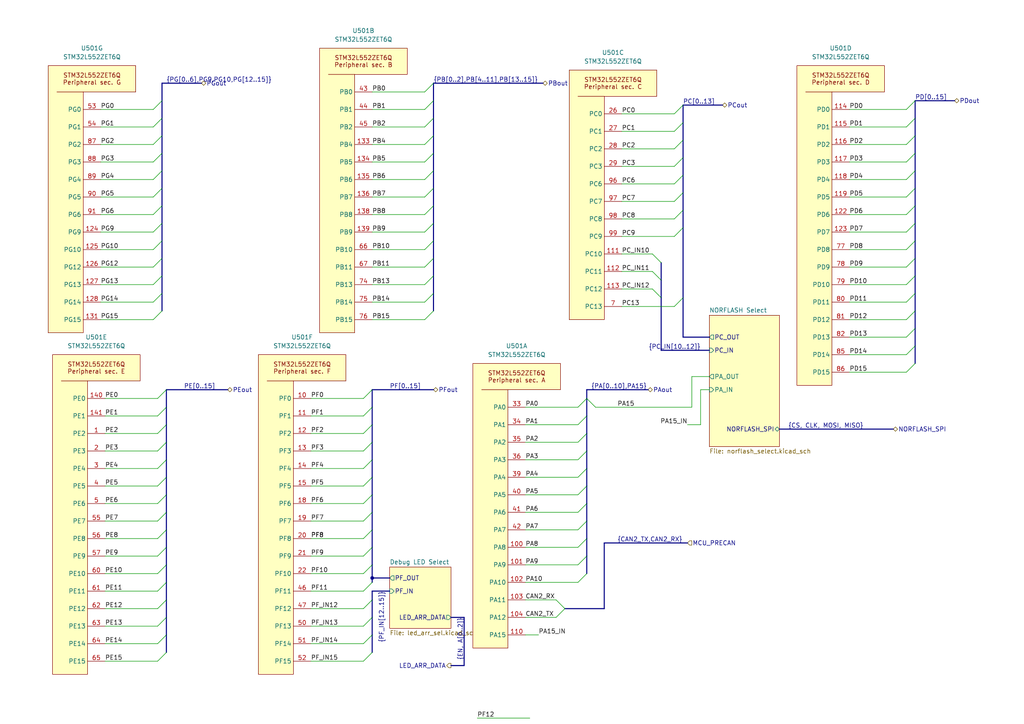
<source format=kicad_sch>
(kicad_sch (version 20250114) (generator "eeschema") (generator_version "9.0")
  (paper "A4")
  (lib_symbols
    (symbol "DUUC_lib:STM32L552ZET6Q"
      (property "Reference" "U?" (at 0 35.56 0))
      (property "Value" "STM32L552ZET6Q" (at 0 33.02 0))
      (symbol "STM32L552ZET6Q_1_1"
        (polyline (pts (xy -2.54 22.86) (xy -10.16 22.86)))
        (polyline (pts (xy 12.7 30.48) (xy -12.7 30.48) (xy -12.7 -52.07) (xy -2.54 -52.07) (xy -2.54 22.86) (xy 12.7 22.86) (xy 12.7 30.48) (xy 11.43 30.48)) (fill (type background)))
        (text "STM32L552ZET6Q\nPeripheral sec. A" (at 0 26.67 0) (effects (font (size 1.27 1.27))))
        (pin bidirectional line (at 2.54 17.78 180) (length 5.08) (name "PA0") (number "33"))
        (pin bidirectional line (at 2.54 12.7 180) (length 5.08) (name "PA1") (number "34"))
        (pin bidirectional line (at 2.54 7.62 180) (length 5.08) (name "PA2") (number "35"))
        (pin bidirectional line (at 2.54 2.54 180) (length 5.08) (name "PA3") (number "36"))
        (pin bidirectional line (at 2.54 -2.54 180) (length 5.08) (name "PA4") (number "39"))
        (pin bidirectional line (at 2.54 -7.62 180) (length 5.08) (name "PA5") (number "40"))
        (pin bidirectional line (at 2.54 -12.7 180) (length 5.08) (name "PA6") (number "41"))
        (pin bidirectional line (at 2.54 -17.78 180) (length 5.08) (name "PA7") (number "42"))
        (pin bidirectional line (at 2.54 -22.86 180) (length 5.08) (name "PA8") (number "100"))
        (pin bidirectional line (at 2.54 -27.94 180) (length 5.08) (name "PA9") (number "101"))
        (pin bidirectional line (at 2.54 -33.02 180) (length 5.08) (name "PA10") (number "102"))
        (pin bidirectional line (at 2.54 -38.1 180) (length 5.08) (name "PA11") (number "103"))
        (pin bidirectional line (at 2.54 -43.18 180) (length 5.08) (name "PA12") (number "104"))
        (pin bidirectional line (at 2.54 -48.26 180) (length 5.08) (name "PA15") (number "110"))
      )
      (symbol "STM32L552ZET6Q_2_1"
        (polyline (pts (xy -2.54 22.86) (xy -10.16 22.86)))
        (polyline (pts (xy 12.7 30.48) (xy -12.7 30.48) (xy -12.7 -52.07) (xy -2.54 -52.07) (xy -2.54 22.86) (xy 12.7 22.86) (xy 12.7 30.48) (xy 11.43 30.48)) (fill (type background)))
        (text "STM32L552ZET6Q\nPeripheral sec. B" (at 0 26.67 0) (effects (font (size 1.27 1.27))))
        (pin bidirectional line (at 2.54 17.78 180) (length 5.08) (name "PB0") (number "43"))
        (pin bidirectional line (at 2.54 12.7 180) (length 5.08) (name "PB1") (number "44"))
        (pin bidirectional line (at 2.54 7.62 180) (length 5.08) (name "PB2") (number "45"))
        (pin bidirectional line (at 2.54 2.54 180) (length 5.08) (name "PB4") (number "133"))
        (pin bidirectional line (at 2.54 -2.54 180) (length 5.08) (name "PB5") (number "134"))
        (pin bidirectional line (at 2.54 -7.62 180) (length 5.08) (name "PB6") (number "135"))
        (pin bidirectional line (at 2.54 -12.7 180) (length 5.08) (name "PB7") (number "136"))
        (pin bidirectional line (at 2.54 -17.78 180) (length 5.08) (name "PB8") (number "138"))
        (pin bidirectional line (at 2.54 -22.86 180) (length 5.08) (name "PB9") (number "139"))
        (pin bidirectional line (at 2.54 -27.94 180) (length 5.08) (name "PB10") (number "66"))
        (pin bidirectional line (at 2.54 -33.02 180) (length 5.08) (name "PB11") (number "67"))
        (pin bidirectional line (at 2.54 -38.1 180) (length 5.08) (name "PB13") (number "74"))
        (pin bidirectional line (at 2.54 -43.18 180) (length 5.08) (name "PB14") (number "75"))
        (pin bidirectional line (at 2.54 -48.26 180) (length 5.08) (name "PB15") (number "76"))
      )
      (symbol "STM32L552ZET6Q_3_1"
        (polyline (pts (xy -2.54 22.86) (xy -10.16 22.86)))
        (polyline (pts (xy 12.7 30.48) (xy -12.7 30.48) (xy -12.7 -41.91) (xy -2.54 -41.91) (xy -2.54 22.86) (xy 12.7 22.86) (xy 12.7 30.48) (xy 11.43 30.48)) (fill (type background)))
        (text "STM32L552ZET6Q\nPeripheral sec. C" (at 0 26.67 0) (effects (font (size 1.27 1.27))))
        (pin bidirectional line (at 2.54 17.78 180) (length 5.08) (name "PC0") (number "26"))
        (pin bidirectional line (at 2.54 12.7 180) (length 5.08) (name "PC1") (number "27"))
        (pin bidirectional line (at 2.54 7.62 180) (length 5.08) (name "PC2") (number "28"))
        (pin bidirectional line (at 2.54 2.54 180) (length 5.08) (name "PC3") (number "29"))
        (pin bidirectional line (at 2.54 -2.54 180) (length 5.08) (name "PC6") (number "96"))
        (pin bidirectional line (at 2.54 -7.62 180) (length 5.08) (name "PC7") (number "97"))
        (pin bidirectional line (at 2.54 -12.7 180) (length 5.08) (name "PC8") (number "98"))
        (pin bidirectional line (at 2.54 -17.78 180) (length 5.08) (name "PC9") (number "99"))
        (pin bidirectional line (at 2.54 -22.86 180) (length 5.08) (name "PC10") (number "111"))
        (pin bidirectional line (at 2.54 -27.94 180) (length 5.08) (name "PC11") (number "112"))
        (pin bidirectional line (at 2.54 -33.02 180) (length 5.08) (name "PC12") (number "113"))
        (pin bidirectional line (at 2.54 -38.1 180) (length 5.08) (name "PC13") (number "7"))
      )
      (symbol "STM32L552ZET6Q_4_1"
        (polyline (pts (xy -2.54 22.86) (xy -10.16 22.86)))
        (polyline (pts (xy 12.7 30.48) (xy -12.7 30.48) (xy -12.7 -62.23) (xy -2.54 -62.23) (xy -2.54 22.86) (xy 12.7 22.86) (xy 12.7 30.48) (xy 11.43 30.48)) (fill (type background)))
        (text "STM32L552ZET6Q\nPeripheral sec. D" (at 0 26.67 0) (effects (font (size 1.27 1.27))))
        (pin bidirectional line (at 2.54 17.78 180) (length 5.08) (name "PD0") (number "114"))
        (pin bidirectional line (at 2.54 12.7 180) (length 5.08) (name "PD1") (number "115"))
        (pin bidirectional line (at 2.54 7.62 180) (length 5.08) (name "PD2") (number "116"))
        (pin bidirectional line (at 2.54 2.54 180) (length 5.08) (name "PD3") (number "117"))
        (pin bidirectional line (at 2.54 -2.54 180) (length 5.08) (name "PD4") (number "118"))
        (pin bidirectional line (at 2.54 -7.62 180) (length 5.08) (name "PD5") (number "119"))
        (pin bidirectional line (at 2.54 -12.7 180) (length 5.08) (name "PD6") (number "122"))
        (pin bidirectional line (at 2.54 -17.78 180) (length 5.08) (name "PD7") (number "123"))
        (pin bidirectional line (at 2.54 -22.86 180) (length 5.08) (name "PD8") (number "77"))
        (pin bidirectional line (at 2.54 -27.94 180) (length 5.08) (name "PD9") (number "78"))
        (pin bidirectional line (at 2.54 -33.02 180) (length 5.08) (name "PD10") (number "79"))
        (pin bidirectional line (at 2.54 -38.1 180) (length 5.08) (name "PD11") (number "80"))
        (pin bidirectional line (at 2.54 -43.18 180) (length 5.08) (name "PD12") (number "81"))
        (pin bidirectional line (at 2.54 -48.26 180) (length 5.08) (name "PD13") (number "82"))
        (pin bidirectional line (at 2.54 -53.34 180) (length 5.08) (name "PD14") (number "85"))
        (pin bidirectional line (at 2.54 -58.42 180) (length 5.08) (name "PD15") (number "86"))
      )
      (symbol "STM32L552ZET6Q_5_1"
        (polyline (pts (xy -2.54 22.86) (xy -10.16 22.86)))
        (polyline (pts (xy 12.7 30.48) (xy -12.7 30.48) (xy -12.7 -62.23) (xy -2.54 -62.23) (xy -2.54 22.86) (xy 12.7 22.86) (xy 12.7 30.48) (xy 11.43 30.48)) (fill (type background)))
        (text "STM32L552ZET6Q\nPeripheral sec. E" (at 0 26.67 0) (effects (font (size 1.27 1.27))))
        (pin bidirectional line (at 2.54 17.78 180) (length 5.08) (name "PE0") (number "140"))
        (pin bidirectional line (at 2.54 12.7 180) (length 5.08) (name "PE1") (number "141"))
        (pin bidirectional line (at 2.54 7.62 180) (length 5.08) (name "PE2") (number "1"))
        (pin bidirectional line (at 2.54 2.54 180) (length 5.08) (name "PE3") (number "2"))
        (pin bidirectional line (at 2.54 -2.54 180) (length 5.08) (name "PE4") (number "3"))
        (pin bidirectional line (at 2.54 -7.62 180) (length 5.08) (name "PE5") (number "4"))
        (pin bidirectional line (at 2.54 -12.7 180) (length 5.08) (name "PE6") (number "5"))
        (pin bidirectional line (at 2.54 -17.78 180) (length 5.08) (name "PE7") (number "55"))
        (pin bidirectional line (at 2.54 -22.86 180) (length 5.08) (name "PE8") (number "56"))
        (pin bidirectional line (at 2.54 -27.94 180) (length 5.08) (name "PE9") (number "57"))
        (pin bidirectional line (at 2.54 -33.02 180) (length 5.08) (name "PE10") (number "60"))
        (pin bidirectional line (at 2.54 -38.1 180) (length 5.08) (name "PE11") (number "61"))
        (pin bidirectional line (at 2.54 -43.18 180) (length 5.08) (name "PE12") (number "62"))
        (pin bidirectional line (at 2.54 -48.26 180) (length 5.08) (name "PE13") (number "63"))
        (pin bidirectional line (at 2.54 -53.34 180) (length 5.08) (name "PE14") (number "64"))
        (pin bidirectional line (at 2.54 -58.42 180) (length 5.08) (name "PE15") (number "65"))
      )
      (symbol "STM32L552ZET6Q_6_1"
        (polyline (pts (xy -2.54 22.86) (xy -10.16 22.86)))
        (polyline (pts (xy 12.7 30.48) (xy -12.7 30.48) (xy -12.7 -62.23) (xy -2.54 -62.23) (xy -2.54 22.86) (xy 12.7 22.86) (xy 12.7 30.48) (xy 11.43 30.48)) (fill (type background)))
        (text "STM32L552ZET6Q\nPeripheral sec. F" (at 0 26.67 0) (effects (font (size 1.27 1.27))))
        (pin bidirectional line (at 2.54 17.78 180) (length 5.08) (name "PF0") (number "10"))
        (pin bidirectional line (at 2.54 12.7 180) (length 5.08) (name "PF1") (number "11"))
        (pin bidirectional line (at 2.54 7.62 180) (length 5.08) (name "PF2") (number "12"))
        (pin bidirectional line (at 2.54 2.54 180) (length 5.08) (name "PF3") (number "13"))
        (pin bidirectional line (at 2.54 -2.54 180) (length 5.08) (name "PF4") (number "14"))
        (pin bidirectional line (at 2.54 -7.62 180) (length 5.08) (name "PF5") (number "15"))
        (pin bidirectional line (at 2.54 -12.7 180) (length 5.08) (name "PF6") (number "18"))
        (pin bidirectional line (at 2.54 -17.78 180) (length 5.08) (name "PF7") (number "19"))
        (pin bidirectional line (at 2.54 -22.86 180) (length 5.08) (name "PF8") (number "20"))
        (pin bidirectional line (at 2.54 -27.94 180) (length 5.08) (name "PF9") (number "21"))
        (pin bidirectional line (at 2.54 -33.02 180) (length 5.08) (name "PF10") (number "22"))
        (pin bidirectional line (at 2.54 -38.1 180) (length 5.08) (name "PF11") (number "46"))
        (pin bidirectional line (at 2.54 -43.18 180) (length 5.08) (name "PF12") (number "47"))
        (pin bidirectional line (at 2.54 -48.26 180) (length 5.08) (name "PF13") (number "50"))
        (pin bidirectional line (at 2.54 -53.34 180) (length 5.08) (name "PF14") (number "51"))
        (pin bidirectional line (at 2.54 -58.42 180) (length 5.08) (name "PF15") (number "52"))
      )
      (symbol "STM32L552ZET6Q_7_1"
        (polyline (pts (xy -2.54 22.86) (xy -10.16 22.86)))
        (polyline (pts (xy 12.7 30.48) (xy -12.7 30.48) (xy -12.7 -46.99) (xy -2.54 -46.99) (xy -2.54 22.86) (xy 12.7 22.86) (xy 12.7 30.48) (xy 11.43 30.48)) (fill (type background)))
        (text "STM32L552ZET6Q\nPeripheral sec. G" (at 0 26.67 0) (effects (font (size 1.27 1.27))))
        (pin bidirectional line (at 2.54 17.78 180) (length 5.08) (name "PG0") (number "53"))
        (pin bidirectional line (at 2.54 12.7 180) (length 5.08) (name "PG1") (number "54"))
        (pin bidirectional line (at 2.54 7.62 180) (length 5.08) (name "PG2") (number "87"))
        (pin bidirectional line (at 2.54 2.54 180) (length 5.08) (name "PG3") (number "88"))
        (pin bidirectional line (at 2.54 -2.54 180) (length 5.08) (name "PG4") (number "89"))
        (pin bidirectional line (at 2.54 -7.62 180) (length 5.08) (name "PG5") (number "90"))
        (pin bidirectional line (at 2.54 -12.7 180) (length 5.08) (name "PG6") (number "91"))
        (pin bidirectional line (at 2.54 -17.78 180) (length 5.08) (name "PG9") (number "124"))
        (pin bidirectional line (at 2.54 -22.86 180) (length 5.08) (name "PG10") (number "125"))
        (pin bidirectional line (at 2.54 -27.94 180) (length 5.08) (name "PG12") (number "126"))
        (pin bidirectional line (at 2.54 -33.02 180) (length 5.08) (name "PG13") (number "127"))
        (pin bidirectional line (at 2.54 -38.1 180) (length 5.08) (name "PG14") (number "128"))
        (pin bidirectional line (at 2.54 -43.18 180) (length 5.08) (name "PG15") (number "131"))
      )
      (symbol "STM32L552ZET6Q_8_1"
        (unit_name "SMPS")
        (rectangle (start -11.43 30.4006) (end 11.43 -2.4606) (fill (type background)))
        (text "STM32L552ZETxQ\nSMPS Module" (at 0 26.67 0) (effects (font (size 1.27 1.27))))
        (pin power_in line (at -16.51 21.59 0) (length 5.08) (name "VDDSMPS") (number "68"))
        (pin power_in line (at 16.51 21.59 180) (length 5.08) (name "VLXSMPS") (number "69"))
        (pin power_in line (at 16.51 13.97 180) (length 5.08) (name "V15SMPS") (number "72"))
        (pin power_in line (at 16.51 10.16 180) (length 5.08) (name "V15SMPS") (number "143"))
        (pin power_in line (at 16.51 0 180) (length 5.08) (name "VSSSMPS") (number "70"))
      )
      (symbol "STM32L552ZET6Q_9_1"
        (unit_name "Power/Clock")
        (polyline (pts (xy -22.86 22.86) (xy 22.86 22.86)))
        (rectangle (start -22.8599 30.48) (end 22.8599 -33.02) (fill (type background)))
        (polyline (pts (xy -13.97 -20.32) (xy -8.89 -20.32)))
        (rectangle (start -13.97 -21.59) (end -8.89 -24.13))
        (polyline (pts (xy -13.97 -25.4) (xy -8.89 -25.4)))
        (polyline (pts (xy -11.43 -20.32) (xy -11.43 -17.78)))
        (polyline (pts (xy -11.43 -25.4) (xy -11.43 -27.94)))
        (polyline (pts (xy 11.43 -20.32) (xy 16.51 -20.32)))
        (rectangle (start 11.43 -21.59) (end 16.51 -24.13))
        (polyline (pts (xy 11.43 -25.4) (xy 16.51 -25.4)))
        (polyline (pts (xy 13.97 -20.32) (xy 13.97 -17.78)))
        (polyline (pts (xy 13.97 -25.4) (xy 13.97 -27.94)))
        (text "LSE" (at -11.43 -22.86 0) (effects (font (size 1.27 1.27))))
        (text "STM32L552ZET6Q\nPower/Clock" (at 0 26.67 0) (effects (font (size 1.27 1.27))))
        (text "HSE" (at 13.97 -22.86 0) (effects (font (size 1.27 1.27))))
        (pin power_in line (at -27.94 19.05 0) (length 5.08) (name "VBAT") (number "6"))
        (pin power_in line (at -27.94 11.43 0) (length 5.08) (name "VDDUSB") (number "106"))
        (pin input line (at -27.94 5.08 0) (length 5.08) (name "VREF+") (number "31"))
        (pin power_in line (at -27.94 -1.27 0) (length 5.08) (name "VDDIO2") (number "130"))
        (pin power_in line (at -27.94 -5.08 0) (length 5.08) (name "VDDIO2") (number "95"))
        (pin input clock (at -27.94 -16.51 0) (length 5.08) (name "PC14/RCC_OSC32_IN") (number "8"))
        (pin input clock (at -27.94 -29.21 0) (length 5.08) (name "PC15/RCC_OSC32_OUT") (number "9"))
        (pin power_in line (at 27.94 20.32 180) (length 5.08) (hide yes) (name "VDD") (number "108"))
        (pin power_in line (at 27.94 20.32 180) (length 5.08) (hide yes) (name "VDD") (number "121"))
        (pin power_in line (at 27.94 20.32 180) (length 5.08) (hide yes) (name "VDD") (number "144"))
        (pin power_in line (at 27.94 20.32 180) (length 5.08) (name "VDD") (number "17"))
        (pin power_in line (at 27.94 20.32 180) (length 5.08) (hide yes) (name "VDD") (number "38"))
        (pin power_in line (at 27.94 20.32 180) (length 5.08) (hide yes) (name "VDD") (number "49"))
        (pin power_in line (at 27.94 20.32 180) (length 5.08) (hide yes) (name "VDD") (number "59"))
        (pin power_in line (at 27.94 20.32 180) (length 5.08) (hide yes) (name "VDD") (number "73"))
        (pin power_in line (at 27.94 20.32 180) (length 5.08) (hide yes) (name "VDD") (number "84"))
        (pin power_in line (at 27.94 12.7 180) (length 5.08) (hide yes) (name "VSS") (number "107"))
        (pin power_in line (at 27.94 12.7 180) (length 5.08) (hide yes) (name "VSS") (number "120"))
        (pin power_in line (at 27.94 12.7 180) (length 5.08) (hide yes) (name "VSS") (number "129"))
        (pin power_in line (at 27.94 12.7 180) (length 5.08) (hide yes) (name "VSS") (number "142"))
        (pin power_in line (at 27.94 12.7 180) (length 5.08) (name "VSS") (number "16"))
        (pin power_in line (at 27.94 12.7 180) (length 5.08) (hide yes) (name "VSS") (number "37"))
        (pin power_in line (at 27.94 12.7 180) (length 5.08) (hide yes) (name "VSS") (number "48"))
        (pin power_in line (at 27.94 12.7 180) (length 5.08) (hide yes) (name "VSS") (number "58"))
        (pin power_in line (at 27.94 12.7 180) (length 5.08) (hide yes) (name "VSS") (number "71"))
        (pin power_in line (at 27.94 12.7 180) (length 5.08) (hide yes) (name "VSS") (number "83"))
        (pin power_in line (at 27.94 12.7 180) (length 5.08) (hide yes) (name "VSS") (number "94"))
        (pin power_in line (at 27.94 1.27 180) (length 5.08) (name "VDDA") (number "32"))
        (pin power_in line (at 27.94 -6.35 180) (length 5.08) (name "VSSA") (number "30"))
        (pin input clock (at 27.94 -16.51 180) (length 5.08) (name "PH0/HSE_OSC_IN") (number "23"))
        (pin input clock (at 27.94 -29.21 180) (length 5.08) (name "PH1/HSE_OSC_OUT") (number "24"))
      )
      (symbol "STM32L552ZET6Q_10_1"
        (unit_name "Debug/Reset/Bootloader")
        (rectangle (start -27.94 31.75) (end 27.94 -2.54) (fill (type background)))
        (polyline (pts (xy 27.94 24.13) (xy -27.94 24.13)))
        (text "STM32L552ZETQ\nDebug/Reset/Bootloader" (at 0 27.94 0) (effects (font (size 1.27 1.27))))
        (pin input line (at -33.02 20.32 0) (length 5.08) (name "PH3/BOOT0/RESET") (number "137"))
        (pin bidirectional line (at -33.02 10.16 0) (length 5.08) (name "PB3/DEBUG_JTDO-SWO") (number "132"))
        (pin bidirectional clock (at -33.02 5.08 0) (length 5.08) (name "PA14/DEBUG_JTCK-SWCLK") (number "109"))
        (pin bidirectional line (at -33.02 0 0) (length 5.08) (name "PA13/DEBUG_JTMS-SWDIO") (number "105"))
        (pin bidirectional line (at 33.02 17.78 180) (length 5.08) (name "PG8/VCP_RX") (number "93"))
        (pin bidirectional line (at 33.02 13.97 180) (length 5.08) (name "PG7/VCP_TX") (number "92"))
        (pin input inverted (at 33.02 5.08 180) (length 5.08) (name "NRESET") (number "25"))
      )
    )
  )
  (junction (at 107.95 167.64))
  (bus_entry (at 123.19 57.15) (size 2.54 -2.54))
  (bus_entry (at 265.43 100.33) (size -2.54 2.54))
  (bus_entry (at 265.43 34.29) (size -2.54 2.54))
  (bus_entry (at 46.99 44.45) (size -2.54 2.54))
  (bus_entry (at 265.43 90.17) (size -2.54 2.54))
  (bus_entry (at 265.43 69.85) (size -2.54 2.54))
  (bus_entry (at 107.95 138.43) (size -2.54 2.54))
  (bus_entry (at 189.23 78.74) (size 2.54 2.54))
  (bus_entry (at 170.18 140.97) (size -2.54 2.54))
  (bus_entry (at 167.64 148.59) (size 2.54 -2.54))
  (bus_entry (at 170.18 166.37) (size -2.54 2.54))
  (bus_entry (at 123.19 26.67) (size 2.54 -2.54))
  (bus_entry (at 265.43 85.09) (size -2.54 2.54))
  (bus_entry (at 48.26 168.91) (size -2.54 2.54))
  (bus_entry (at 107.95 173.99) (size -2.54 2.54))
  (bus_entry (at 46.99 34.29) (size -2.54 2.54))
  (bus_entry (at 170.18 115.57) (size -2.54 2.54))
  (bus_entry (at 198.12 86.36) (size -2.54 2.54))
  (bus_entry (at 265.43 80.01) (size -2.54 2.54))
  (bus_entry (at 107.95 168.91) (size -2.54 2.54))
  (bus_entry (at 107.95 133.35) (size -2.54 2.54))
  (bus_entry (at 123.19 41.91) (size 2.54 -2.54))
  (bus_entry (at 46.99 74.93) (size -2.54 2.54))
  (bus_entry (at 198.12 50.8) (size -2.54 2.54))
  (bus_entry (at 48.26 143.51) (size -2.54 2.54))
  (bus_entry (at 48.26 128.27) (size -2.54 2.54))
  (bus_entry (at 123.19 31.75) (size 2.54 -2.54))
  (bus_entry (at 107.95 128.27) (size -2.54 2.54))
  (bus_entry (at 125.73 34.29) (size -2.54 2.54))
  (bus_entry (at 123.19 72.39) (size 2.54 -2.54))
  (bus_entry (at 107.95 179.07) (size -2.54 2.54))
  (bus_entry (at 123.19 87.63) (size 2.54 -2.54))
  (bus_entry (at 167.64 128.27) (size 2.54 -2.54))
  (bus_entry (at 107.95 153.67) (size -2.54 2.54))
  (bus_entry (at 170.18 115.57) (size 2.54 2.54))
  (bus_entry (at 265.43 64.77) (size -2.54 2.54))
  (bus_entry (at 48.26 184.15) (size -2.54 2.54))
  (bus_entry (at 123.19 52.07) (size 2.54 -2.54))
  (bus_entry (at 46.99 59.69) (size -2.54 2.54))
  (bus_entry (at 189.23 83.82) (size 2.54 2.54))
  (bus_entry (at 48.26 189.23) (size -2.54 2.54))
  (bus_entry (at 265.43 39.37) (size -2.54 2.54))
  (bus_entry (at 46.99 80.01) (size -2.54 2.54))
  (bus_entry (at 48.26 179.07) (size -2.54 2.54))
  (bus_entry (at 265.43 29.21) (size -2.54 2.54))
  (bus_entry (at 167.64 158.75) (size 2.54 -2.54))
  (bus_entry (at 125.73 74.93) (size -2.54 2.54))
  (bus_entry (at 48.26 158.75) (size -2.54 2.54))
  (bus_entry (at 265.43 74.93) (size -2.54 2.54))
  (bus_entry (at 107.95 189.23) (size -2.54 2.54))
  (bus_entry (at 48.26 118.11) (size -2.54 2.54))
  (bus_entry (at 189.23 73.66) (size 2.54 2.54))
  (bus_entry (at 170.18 135.89) (size -2.54 2.54))
  (bus_entry (at 107.95 118.11) (size -2.54 2.54))
  (bus_entry (at 265.43 49.53) (size -2.54 2.54))
  (bus_entry (at 107.95 163.83) (size -2.54 2.54))
  (bus_entry (at 265.43 54.61) (size -2.54 2.54))
  (bus_entry (at 107.95 184.15) (size -2.54 2.54))
  (bus_entry (at 167.64 133.35) (size 2.54 -2.54))
  (bus_entry (at 265.43 95.25) (size -2.54 2.54))
  (bus_entry (at 46.99 39.37) (size -2.54 2.54))
  (bus_entry (at 198.12 66.04) (size -2.54 2.54))
  (bus_entry (at 48.26 133.35) (size -2.54 2.54))
  (bus_entry (at 123.19 67.31) (size 2.54 -2.54))
  (bus_entry (at 46.99 90.17) (size -2.54 2.54))
  (bus_entry (at 123.19 92.71) (size 2.54 -2.54))
  (bus_entry (at 198.12 55.88) (size -2.54 2.54))
  (bus_entry (at 265.43 44.45) (size -2.54 2.54))
  (bus_entry (at 198.12 35.56) (size -2.54 2.54))
  (bus_entry (at 107.95 158.75) (size -2.54 2.54))
  (bus_entry (at 46.99 29.21) (size -2.54 2.54))
  (bus_entry (at 46.99 54.61) (size -2.54 2.54))
  (bus_entry (at 198.12 30.48) (size -2.54 2.54))
  (bus_entry (at 107.95 123.19) (size -2.54 2.54))
  (bus_entry (at 123.19 62.23) (size 2.54 -2.54))
  (bus_entry (at 48.26 163.83) (size -2.54 2.54))
  (bus_entry (at 48.26 138.43) (size -2.54 2.54))
  (bus_entry (at 107.95 113.03) (size -2.54 2.54))
  (bus_entry (at 107.95 143.51) (size -2.54 2.54))
  (bus_entry (at 125.73 80.01) (size -2.54 2.54))
  (bus_entry (at 48.26 153.67) (size -2.54 2.54))
  (bus_entry (at 48.26 173.99) (size -2.54 2.54))
  (bus_entry (at 161.29 173.99) (size 2.54 2.54))
  (bus_entry (at 170.18 161.29) (size -2.54 2.54))
  (bus_entry (at 167.64 153.67) (size 2.54 -2.54))
  (bus_entry (at 48.26 148.59) (size -2.54 2.54))
  (bus_entry (at 198.12 60.96) (size -2.54 2.54))
  (bus_entry (at 170.18 120.65) (size -2.54 2.54))
  (bus_entry (at 48.26 123.19) (size -2.54 2.54))
  (bus_entry (at 46.99 49.53) (size -2.54 2.54))
  (bus_entry (at 198.12 40.64) (size -2.54 2.54))
  (bus_entry (at 198.12 45.72) (size -2.54 2.54))
  (bus_entry (at 107.95 148.59) (size -2.54 2.54))
  (bus_entry (at 46.99 64.77) (size -2.54 2.54))
  (bus_entry (at 161.29 179.07) (size 2.54 -2.54))
  (bus_entry (at 46.99 69.85) (size -2.54 2.54))
  (bus_entry (at 265.43 105.41) (size -2.54 2.54))
  (bus_entry (at 123.19 46.99) (size 2.54 -2.54))
  (bus_entry (at 48.26 113.03) (size -2.54 2.54))
  (bus_entry (at 265.43 59.69) (size -2.54 2.54))
  (bus_entry (at 46.99 85.09) (size -2.54 2.54))
  (bus (pts (xy 170.18 140.97) (xy 170.18 146.05)))
  (bus (pts (xy 48.26 184.15) (xy 48.26 189.23)))
  (bus (pts (xy 46.99 80.01) (xy 46.99 85.09)))
  (wire (pts (xy 30.48 171.45) (xy 45.72 171.45)))
  (bus (pts (xy 48.26 113.03) (xy 48.26 118.11)))
  (wire (pts (xy 107.95 72.39) (xy 123.19 72.39)))
  (bus (pts (xy 170.18 146.05) (xy 170.18 151.13)))
  (bus (pts (xy 46.99 24.13) (xy 46.99 29.21)))
  (wire (pts (xy 152.4 148.59) (xy 167.64 148.59)))
  (bus (pts (xy 198.12 50.8) (xy 198.12 55.88)))
  (bus (pts (xy 107.95 123.19) (xy 107.95 128.27)))
  (bus (pts (xy 48.26 123.19) (xy 48.26 128.27)))
  (bus (pts (xy 125.73 24.13) (xy 157.48 24.13)))
  (wire (pts (xy 180.34 33.02) (xy 195.58 33.02)))
  (wire (pts (xy 90.17 191.77) (xy 105.41 191.77)))
  (wire (pts (xy 30.48 115.57) (xy 45.72 115.57)))
  (bus (pts (xy 107.95 128.27) (xy 107.95 133.35)))
  (bus (pts (xy 170.18 113.03) (xy 187.96 113.03)))
  (wire (pts (xy 107.95 31.75) (xy 123.19 31.75)))
  (bus (pts (xy 107.95 153.67) (xy 107.95 158.75)))
  (bus (pts (xy 170.18 135.89) (xy 170.18 140.97)))
  (wire (pts (xy 107.95 26.67) (xy 123.19 26.67)))
  (bus (pts (xy 130.81 179.07) (xy 134.62 179.07)))
  (bus (pts (xy 191.77 86.36) (xy 191.77 101.6)))
  (wire (pts (xy 30.48 146.05) (xy 45.72 146.05)))
  (wire (pts (xy 90.17 130.81) (xy 105.41 130.81)))
  (wire (pts (xy 199.39 123.19) (xy 203.2 123.19)))
  (bus (pts (xy 191.77 101.6) (xy 205.74 101.6)))
  (wire (pts (xy 123.19 82.55) (xy 107.95 82.55)))
  (wire (pts (xy 152.4 118.11) (xy 167.64 118.11)))
  (bus (pts (xy 198.12 40.64) (xy 198.12 45.72)))
  (wire (pts (xy 30.48 151.13) (xy 45.72 151.13)))
  (wire (pts (xy 107.95 36.83) (xy 123.19 36.83)))
  (bus (pts (xy 48.26 173.99) (xy 48.26 179.07)))
  (wire (pts (xy 29.21 62.23) (xy 44.45 62.23)))
  (bus (pts (xy 265.43 29.21) (xy 265.43 34.29)))
  (wire (pts (xy 246.38 57.15) (xy 262.89 57.15)))
  (wire (pts (xy 246.38 92.71) (xy 262.89 92.71)))
  (bus (pts (xy 48.26 133.35) (xy 48.26 138.43)))
  (wire (pts (xy 30.48 161.29) (xy 45.72 161.29)))
  (wire (pts (xy 90.17 181.61) (xy 105.41 181.61)))
  (wire (pts (xy 246.38 62.23) (xy 262.89 62.23)))
  (bus (pts (xy 170.18 115.57) (xy 170.18 113.03)))
  (bus (pts (xy 46.99 24.13) (xy 58.42 24.13)))
  (wire (pts (xy 29.21 67.31) (xy 44.45 67.31)))
  (bus (pts (xy 107.95 171.45) (xy 113.03 171.45)))
  (bus (pts (xy 107.95 143.51) (xy 107.95 148.59)))
  (wire (pts (xy 29.21 72.39) (xy 44.45 72.39)))
  (wire (pts (xy 107.95 77.47) (xy 123.19 77.47)))
  (wire (pts (xy 90.17 151.13) (xy 105.41 151.13)))
  (bus (pts (xy 170.18 125.73) (xy 170.18 130.81)))
  (wire (pts (xy 246.38 82.55) (xy 262.89 82.55)))
  (bus (pts (xy 198.12 45.72) (xy 198.12 50.8)))
  (bus (pts (xy 125.73 44.45) (xy 125.73 49.53)))
  (wire (pts (xy 90.17 176.53) (xy 105.41 176.53)))
  (bus (pts (xy 107.95 133.35) (xy 107.95 138.43)))
  (wire (pts (xy 30.48 191.77) (xy 45.72 191.77)))
  (wire (pts (xy 30.48 181.61) (xy 45.72 181.61)))
  (wire (pts (xy 90.17 161.29) (xy 105.41 161.29)))
  (wire (pts (xy 90.17 125.73) (xy 105.41 125.73)))
  (bus (pts (xy 170.18 130.81) (xy 170.18 135.89)))
  (wire (pts (xy 180.34 78.74) (xy 189.23 78.74)))
  (wire (pts (xy 90.17 171.45) (xy 105.41 171.45)))
  (wire (pts (xy 161.29 173.99) (xy 152.4 173.99)))
  (bus (pts (xy 134.62 179.07) (xy 134.62 193.04)))
  (wire (pts (xy 167.64 153.67) (xy 152.4 153.67)))
  (wire (pts (xy 262.89 52.07) (xy 246.38 52.07)))
  (wire (pts (xy 195.58 48.26) (xy 180.34 48.26)))
  (bus (pts (xy 46.99 59.69) (xy 46.99 64.77)))
  (wire (pts (xy 29.21 41.91) (xy 44.45 41.91)))
  (bus (pts (xy 107.95 148.59) (xy 107.95 153.67)))
  (wire (pts (xy 90.17 146.05) (xy 105.41 146.05)))
  (wire (pts (xy 180.34 83.82) (xy 189.23 83.82)))
  (bus (pts (xy 125.73 64.77) (xy 125.73 69.85)))
  (wire (pts (xy 152.4 123.19) (xy 167.64 123.19)))
  (bus (pts (xy 107.95 113.03) (xy 125.73 113.03)))
  (wire (pts (xy 262.89 31.75) (xy 246.38 31.75)))
  (bus (pts (xy 107.95 167.64) (xy 113.03 167.64)))
  (wire (pts (xy 246.38 67.31) (xy 262.89 67.31)))
  (wire (pts (xy 29.21 87.63) (xy 44.45 87.63)))
  (bus (pts (xy 265.43 100.33) (xy 265.43 105.41)))
  (bus (pts (xy 198.12 97.79) (xy 198.12 86.36)))
  (bus (pts (xy 46.99 69.85) (xy 46.99 74.93)))
  (wire (pts (xy 246.38 97.79) (xy 262.89 97.79)))
  (bus (pts (xy 46.99 44.45) (xy 46.99 49.53)))
  (bus (pts (xy 265.43 85.09) (xy 265.43 90.17)))
  (bus (pts (xy 125.73 69.85) (xy 125.73 74.93)))
  (wire (pts (xy 180.34 63.5) (xy 195.58 63.5)))
  (bus (pts (xy 48.26 143.51) (xy 48.26 148.59)))
  (wire (pts (xy 29.21 36.83) (xy 44.45 36.83)))
  (wire (pts (xy 30.48 130.81) (xy 45.72 130.81)))
  (wire (pts (xy 195.58 38.1) (xy 180.34 38.1)))
  (bus (pts (xy 265.43 49.53) (xy 265.43 54.61)))
  (bus (pts (xy 107.95 173.99) (xy 107.95 179.07)))
  (wire (pts (xy 180.34 58.42) (xy 195.58 58.42)))
  (bus (pts (xy 46.99 64.77) (xy 46.99 69.85)))
  (wire (pts (xy 180.34 68.58) (xy 195.58 68.58)))
  (wire (pts (xy 200.66 109.22) (xy 200.66 118.11)))
  (wire (pts (xy 90.17 135.89) (xy 105.41 135.89)))
  (bus (pts (xy 48.26 138.43) (xy 48.26 143.51)))
  (bus (pts (xy 170.18 161.29) (xy 170.18 166.37)))
  (wire (pts (xy 29.21 46.99) (xy 44.45 46.99)))
  (wire (pts (xy 30.48 125.73) (xy 45.72 125.73)))
  (bus (pts (xy 48.26 113.03) (xy 66.04 113.03)))
  (wire (pts (xy 138.43 218.44) (xy 153.67 218.44)))
  (bus (pts (xy 170.18 120.65) (xy 170.18 125.73)))
  (wire (pts (xy 29.21 92.71) (xy 44.45 92.71)))
  (wire (pts (xy 262.89 41.91) (xy 246.38 41.91)))
  (bus (pts (xy 46.99 49.53) (xy 46.99 54.61)))
  (wire (pts (xy 107.95 41.91) (xy 123.19 41.91)))
  (wire (pts (xy 29.21 77.47) (xy 44.45 77.47)))
  (wire (pts (xy 246.38 77.47) (xy 262.89 77.47)))
  (wire (pts (xy 180.34 43.18) (xy 195.58 43.18)))
  (wire (pts (xy 246.38 102.87) (xy 262.89 102.87)))
  (bus (pts (xy 170.18 120.65) (xy 170.18 115.57)))
  (wire (pts (xy 29.21 57.15) (xy 44.45 57.15)))
  (wire (pts (xy 29.21 31.75) (xy 44.45 31.75)))
  (bus (pts (xy 125.73 49.53) (xy 125.73 54.61)))
  (wire (pts (xy 152.4 128.27) (xy 167.64 128.27)))
  (wire (pts (xy 30.48 186.69) (xy 45.72 186.69)))
  (bus (pts (xy 107.95 158.75) (xy 107.95 163.83)))
  (wire (pts (xy 138.43 223.52) (xy 153.67 223.52)))
  (wire (pts (xy 152.4 163.83) (xy 167.64 163.83)))
  (bus (pts (xy 46.99 54.61) (xy 46.99 59.69)))
  (wire (pts (xy 180.34 53.34) (xy 195.58 53.34)))
  (wire (pts (xy 107.95 67.31) (xy 123.19 67.31)))
  (wire (pts (xy 90.17 156.21) (xy 105.41 156.21)))
  (wire (pts (xy 90.17 140.97) (xy 105.41 140.97)))
  (bus (pts (xy 175.26 176.53) (xy 175.26 157.48)))
  (bus (pts (xy 125.73 80.01) (xy 125.73 85.09)))
  (wire (pts (xy 152.4 138.43) (xy 167.64 138.43)))
  (wire (pts (xy 107.95 87.63) (xy 123.19 87.63)))
  (bus (pts (xy 163.83 176.53) (xy 175.26 176.53)))
  (bus (pts (xy 48.26 148.59) (xy 48.26 153.67)))
  (bus (pts (xy 125.73 34.29) (xy 125.73 39.37)))
  (wire (pts (xy 30.48 120.65) (xy 45.72 120.65)))
  (wire (pts (xy 30.48 156.21) (xy 45.72 156.21)))
  (bus (pts (xy 265.43 80.01) (xy 265.43 85.09)))
  (bus (pts (xy 125.73 54.61) (xy 125.73 59.69)))
  (bus (pts (xy 107.95 173.99) (xy 107.95 171.45)))
  (wire (pts (xy 107.95 57.15) (xy 123.19 57.15)))
  (bus (pts (xy 107.95 179.07) (xy 107.95 184.15)))
  (wire (pts (xy 156.21 184.15) (xy 152.4 184.15)))
  (bus (pts (xy 46.99 74.93) (xy 46.99 80.01)))
  (bus (pts (xy 265.43 44.45) (xy 265.43 49.53)))
  (bus (pts (xy 48.26 163.83) (xy 48.26 168.91)))
  (bus (pts (xy 265.43 74.93) (xy 265.43 80.01)))
  (bus (pts (xy 198.12 30.48) (xy 209.55 30.48)))
  (bus (pts (xy 46.99 85.09) (xy 46.99 90.17)))
  (bus (pts (xy 107.95 184.15) (xy 107.95 189.23)))
  (wire (pts (xy 138.43 213.36) (xy 153.67 213.36)))
  (bus (pts (xy 125.73 24.13) (xy 125.73 29.21)))
  (wire (pts (xy 152.4 143.51) (xy 167.64 143.51)))
  (bus (pts (xy 125.73 90.17) (xy 125.73 85.09)))
  (bus (pts (xy 125.73 59.69) (xy 125.73 64.77)))
  (bus (pts (xy 107.95 163.83) (xy 107.95 167.64)))
  (bus (pts (xy 48.26 153.67) (xy 48.26 158.75)))
  (bus (pts (xy 175.26 157.48) (xy 199.39 157.48)))
  (bus (pts (xy 198.12 30.48) (xy 198.12 35.56)))
  (bus (pts (xy 125.73 29.21) (xy 125.73 34.29)))
  (bus (pts (xy 265.43 64.77) (xy 265.43 69.85)))
  (wire (pts (xy 152.4 158.75) (xy 167.64 158.75)))
  (wire (pts (xy 262.89 46.99) (xy 246.38 46.99)))
  (wire (pts (xy 203.2 123.19) (xy 203.2 113.03)))
  (wire (pts (xy 29.21 52.07) (xy 44.45 52.07)))
  (wire (pts (xy 107.95 52.07) (xy 123.19 52.07)))
  (wire (pts (xy 180.34 88.9) (xy 195.58 88.9)))
  (bus (pts (xy 265.43 39.37) (xy 265.43 44.45)))
  (wire (pts (xy 246.38 107.95) (xy 262.89 107.95)))
  (wire (pts (xy 30.48 135.89) (xy 45.72 135.89)))
  (bus (pts (xy 107.95 138.43) (xy 107.95 143.51)))
  (bus (pts (xy 107.95 113.03) (xy 107.95 118.11)))
  (bus (pts (xy 191.77 76.2) (xy 191.77 81.28)))
  (bus (pts (xy 198.12 55.88) (xy 198.12 60.96)))
  (bus (pts (xy 125.73 39.37) (xy 125.73 44.45)))
  (bus (pts (xy 107.95 167.64) (xy 107.95 168.91)))
  (wire (pts (xy 90.17 115.57) (xy 105.41 115.57)))
  (wire (pts (xy 29.21 82.55) (xy 44.45 82.55)))
  (bus (pts (xy 48.26 118.11) (xy 48.26 123.19)))
  (bus (pts (xy 259.08 124.46) (xy 226.06 124.46)))
  (bus (pts (xy 125.73 74.93) (xy 125.73 80.01)))
  (bus (pts (xy 170.18 156.21) (xy 170.18 161.29)))
  (bus (pts (xy 205.74 97.79) (xy 198.12 97.79)))
  (wire (pts (xy 246.38 72.39) (xy 262.89 72.39)))
  (bus (pts (xy 265.43 29.21) (xy 276.86 29.21)))
  (wire (pts (xy 90.17 186.69) (xy 105.41 186.69)))
  (wire (pts (xy 90.17 120.65) (xy 105.41 120.65)))
  (wire (pts (xy 30.48 166.37) (xy 45.72 166.37)))
  (bus (pts (xy 265.43 95.25) (xy 265.43 100.33)))
  (bus (pts (xy 130.81 193.04) (xy 134.62 193.04)))
  (wire (pts (xy 30.48 176.53) (xy 45.72 176.53)))
  (bus (pts (xy 46.99 39.37) (xy 46.99 44.45)))
  (wire (pts (xy 246.38 87.63) (xy 262.89 87.63)))
  (wire (pts (xy 107.95 46.99) (xy 123.19 46.99)))
  (bus (pts (xy 265.43 54.61) (xy 265.43 59.69)))
  (wire (pts (xy 152.4 133.35) (xy 167.64 133.35)))
  (wire (pts (xy 161.29 179.07) (xy 152.4 179.07)))
  (wire (pts (xy 30.48 140.97) (xy 45.72 140.97)))
  (bus (pts (xy 191.77 81.28) (xy 191.77 86.36)))
  (bus (pts (xy 107.95 118.11) (xy 107.95 123.19)))
  (bus (pts (xy 198.12 35.56) (xy 198.12 40.64)))
  (bus (pts (xy 46.99 34.29) (xy 46.99 39.37)))
  (bus (pts (xy 48.26 168.91) (xy 48.26 173.99)))
  (bus (pts (xy 48.26 179.07) (xy 48.26 184.15)))
  (bus (pts (xy 48.26 128.27) (xy 48.26 133.35)))
  (wire (pts (xy 90.17 166.37) (xy 105.41 166.37)))
  (bus (pts (xy 48.26 158.75) (xy 48.26 163.83)))
  (bus (pts (xy 265.43 69.85) (xy 265.43 74.93)))
  (wire (pts (xy 262.89 36.83) (xy 246.38 36.83)))
  (wire (pts (xy 203.2 113.03) (xy 205.74 113.03)))
  (bus (pts (xy 265.43 34.29) (xy 265.43 39.37)))
  (wire (pts (xy 138.43 208.28) (xy 153.67 208.28)))
  (bus (pts (xy 198.12 60.96) (xy 198.12 66.04)))
  (wire (pts (xy 167.64 168.91) (xy 152.4 168.91)))
  (bus (pts (xy 198.12 66.04) (xy 198.12 86.36)))
  (bus (pts (xy 265.43 59.69) (xy 265.43 64.77)))
  (wire (pts (xy 180.34 73.66) (xy 189.23 73.66)))
  (wire (pts (xy 172.72 118.11) (xy 200.66 118.11)))
  (wire (pts (xy 205.74 109.22) (xy 200.66 109.22)))
  (wire (pts (xy 107.95 62.23) (xy 123.19 62.23)))
  (wire (pts (xy 107.95 92.71) (xy 123.19 92.71)))
  (bus (pts (xy 46.99 29.21) (xy 46.99 34.29)))
  (bus (pts (xy 265.43 90.17) (xy 265.43 95.25)))
  (bus (pts (xy 170.18 151.13) (xy 170.18 156.21)))
  (label "PE3" (at 30.48 130.81 0))
  (label "PC7" (at 180.34 58.42 0))
  (label "PG14" (at 29.21 87.63 0))
  (label "PD9" (at 246.38 77.47 0))
  (label "PG3" (at 29.21 46.99 0))
  (label "PC_IN11" (at 180.34 78.74 0))
  (label "PF[0..15]" (at 113.03 113.03 0))
  (label "PD12" (at 246.38 92.71 0))
  (label "{CS, CLK, MOSI, MISO}" (at 228.6 124.46 0))
  (label "{PA[0..10],PA15}" (at 171.45 113.03 0))
  (label "PE6" (at 30.48 146.05 0))
  (label "PD8" (at 246.38 72.39 0))
  (label "PC9" (at 180.34 68.58 0))
  (label "PF2" (at 90.17 125.73 0))
  (label "PB1" (at 107.95 31.75 0))
  (label "PF14" (at 138.43 218.44 0))
  (label "PC0" (at 180.34 33.02 0))
  (label "PC1" (at 180.34 38.1 0))
  (label "CAN2_TX" (at 152.4 179.07 0))
  (label "PF7" (at 90.17 151.13 0))
  (label "PB9" (at 107.95 67.31 0))
  (label "PA5" (at 152.4 143.51 0))
  (label "{PC_IN[10..12]}" (at 203.2 101.6 180))
  (label "{PB[0..2],PB[4..11],PB[13..15]}" (at 125.73 24.13 0))
  (label "{PF_IN[12..15]}" (at 111.76 171.45 270))
  (label "PF5" (at 90.17 140.97 0))
  (label "PB14" (at 107.95 87.63 0))
  (label "PD[0..15]" (at 265.43 29.21 0))
  (label "PA0" (at 152.4 118.11 0))
  (label "PA15_IN" (at 199.39 123.19 180))
  (label "{EN, A[0..2]}" (at 134.62 179.07 270))
  (label "PC2" (at 180.34 43.18 0))
  (label "PD11" (at 246.38 87.63 0))
  (label "PD10" (at 246.38 82.55 0))
  (label "CAN2_RX" (at 152.4 173.99 0))
  (label "PB4" (at 107.95 41.91 0))
  (label "PC6" (at 180.34 53.34 0))
  (label "PE15" (at 30.48 191.77 0))
  (label "PG6" (at 29.21 62.23 0))
  (label "PG1" (at 29.21 36.83 0))
  (label "PF12" (at 138.43 208.28 0))
  (label "PG12" (at 29.21 77.47 0))
  (label "PC13" (at 180.34 88.9 0))
  (label "PE8" (at 30.48 156.21 0))
  (label "PF3" (at 90.17 130.81 0))
  (label "PF15" (at 138.43 223.52 0))
  (label "PF_IN15" (at 90.17 191.77 0))
  (label "PE4" (at 30.48 135.89 0))
  (label "PE10" (at 30.48 166.37 0))
  (label "PE13" (at 30.48 181.61 0))
  (label "PG13" (at 29.21 82.55 0))
  (label "PB2" (at 107.95 36.83 0))
  (label "PB11" (at 107.95 77.47 0))
  (label "PG0" (at 29.21 31.75 0))
  (label "PF8" (at 90.17 156.21 0))
  (label "PA15_IN" (at 156.21 184.15 0))
  (label "PG2" (at 29.21 41.91 0))
  (label "PB13" (at 107.95 82.55 0))
  (label "PF_IN13" (at 90.17 181.61 0))
  (label "PC3" (at 180.34 48.26 0))
  (label "PF_IN12" (at 90.17 176.53 0))
  (label "PF8" (at 90.17 156.21 0))
  (label "PF10" (at 90.17 166.37 0))
  (label "PD3" (at 246.38 46.99 0))
  (label "PA10" (at 152.4 168.91 0))
  (label "PA1" (at 152.4 123.19 0))
  (label "PC_IN10" (at 180.34 73.66 0))
  (label "PB10" (at 107.95 72.39 0))
  (label "PB7" (at 107.95 57.15 0))
  (label "PF13" (at 138.43 213.36 0))
  (label "{CAN2_TX,CAN2_RX}" (at 179.07 157.48 0))
  (label "PE2" (at 30.48 125.73 0))
  (label "PC_IN12" (at 180.34 83.82 0))
  (label "PA9" (at 152.4 163.83 0))
  (label "PD7" (at 246.38 67.31 0))
  (label "PF1" (at 90.17 120.65 0))
  (label "PA8" (at 152.4 158.75 0))
  (label "PE12" (at 30.48 176.53 0))
  (label "PE1" (at 30.48 120.65 0))
  (label "PB6" (at 107.95 52.07 0))
  (label "PG5" (at 29.21 57.15 0))
  (label "PF4" (at 90.17 135.89 0))
  (label "PC8" (at 180.34 63.5 0))
  (label "PD0" (at 246.38 31.75 0))
  (label "PA15" (at 179.07 118.11 0))
  (label "PD5" (at 246.38 57.15 0))
  (label "PG4" (at 29.21 52.07 0))
  (label "PD13" (at 246.38 97.79 0))
  (label "PB8" (at 107.95 62.23 0))
  (label "PE9" (at 30.48 161.29 0))
  (label "PE0" (at 30.48 115.57 0))
  (label "PE5" (at 30.48 140.97 0))
  (label "PE[0..15]" (at 53.34 113.03 0))
  (label "PB5" (at 107.95 46.99 0))
  (label "PF_IN14" (at 90.17 186.69 0))
  (label "{PG[0..6],PG9,PG10,PG[12..15]}" (at 48.26 24.13 0))
  (label "PA3" (at 152.4 133.35 0))
  (label "PF6" (at 90.17 146.05 0))
  (label "PC[0..13]" (at 198.12 30.48 0))
  (label "PD1" (at 246.38 36.83 0))
  (label "PF0" (at 90.17 115.57 0))
  (label "PA2" (at 152.4 128.27 0))
  (label "PE11" (at 30.48 171.45 0))
  (label "PD2" (at 246.38 41.91 0))
  (label "PD14" (at 246.38 102.87 0))
  (label "PD4" (at 246.38 52.07 0))
  (label "PB0" (at 107.95 26.67 0))
  (label "PG9" (at 29.21 67.31 0))
  (label "PD6" (at 246.38 62.23 0))
  (label "PE14" (at 30.48 186.69 0))
  (label "PF11" (at 90.17 171.45 0))
  (label "PA4" (at 152.4 138.43 0))
  (label "PA7" (at 152.4 153.67 0))
  (label "PG10" (at 29.21 72.39 0))
  (label "PG15" (at 29.21 92.71 0))
  (label "PA6" (at 152.4 148.59 0))
  (label "PD15" (at 246.38 107.95 0))
  (label "PF9" (at 90.17 161.29 0))
  (label "PB15" (at 107.95 92.71 0))
  (label "PE7" (at 30.48 151.13 0))
  (hierarchical_label "PFout" (shape bidirectional) (at 125.73 113.03 0))
  (hierarchical_label "NORFLASH_SPI" (shape bidirectional) (at 259.08 124.46 0))
  (hierarchical_label "MCU_PRECAN" (shape input) (at 199.39 157.48 0))
  (hierarchical_label "LED_ARR_DATA" (shape output) (at 130.81 193.04 180))
  (hierarchical_label "PGout" (shape bidirectional) (at 58.42 24.13 0))
  (hierarchical_label "PDout" (shape bidirectional) (at 276.86 29.21 0))
  (hierarchical_label "PAout" (shape bidirectional) (at 187.96 113.03 0))
  (hierarchical_label "PEout" (shape bidirectional) (at 66.04 113.03 0))
  (hierarchical_label "PBout" (shape bidirectional) (at 157.48 24.13 0))
  (hierarchical_label "PCout" (shape bidirectional) (at 209.55 30.48 0))
  (symbol (lib_id "DUUC_lib:STM32L552ZET6Q") (at 27.94 133.35 0) (unit 5)
    (property "Reference" "U501" (at 27.94 97.79 0))
    (property "Value" "STM32L552ZET6Q" (at 27.94 100.33 0))
    (property "Footprint" "Package_QFP:LQFP-144_20x20mm_P0.5mm" (effects (hide yes)))
    (property "Datasheet" "https://jlcpcb.com/api/file/downloadByFileSystemAccessId/8590276535837503488" (effects (hide yes)))
    (property "Description" "IC, uCONT, 106uA/MHz, FPU, 512kb FLASH, 256kb SRAM, ARM-M33, 110MHZ, SMPS, LQFP144" (effects (hide yes)))
    (property "LCSC P/N" "TO ORDER" (effects (hide yes)))
    (property "Order From" "LCSC" (effects (hide yes)))
    (property "Manufacturer P/N" "STM32L552ZET6Q" (effects (hide yes)))
    (property "Manufacturer" "ST Microelectronics" (effects (hide yes)))
    (property "Digikey P/N" "497-STM32L552ZET6Q-ND" (effects (hide yes)))
    (property "Mouser P/N" "511-STM32L552ZET6Q" (effects (hide yes)))
    (property "JLC Basic Part" "No" (effects (hide yes)))
    (property "Created By" "Manual Entry" (effects (hide yes)))
  )
  (symbol (lib_id "DUUC_lib:STM32L552ZET6Q") (at 26.67 49.53 0) (unit 7)
    (property "Reference" "U501" (at 26.67 13.97 0))
    (property "Value" "STM32L552ZET6Q" (at 26.67 16.51 0))
    (property "Footprint" "Package_QFP:LQFP-144_20x20mm_P0.5mm" (effects (hide yes)))
    (property "Datasheet" "https://jlcpcb.com/api/file/downloadByFileSystemAccessId/8590276535837503488" (effects (hide yes)))
    (property "Description" "IC, uCONT, 106uA/MHz, FPU, 512kb FLASH, 256kb SRAM, ARM-M33, 110MHZ, SMPS, LQFP144" (effects (hide yes)))
    (property "LCSC P/N" "TO ORDER" (effects (hide yes)))
    (property "Order From" "LCSC" (effects (hide yes)))
    (property "Manufacturer P/N" "STM32L552ZET6Q" (effects (hide yes)))
    (property "Manufacturer" "ST Microelectronics" (effects (hide yes)))
    (property "Digikey P/N" "497-STM32L552ZET6Q-ND" (effects (hide yes)))
    (property "Mouser P/N" "511-STM32L552ZET6Q" (effects (hide yes)))
    (property "JLC Basic Part" "No" (effects (hide yes)))
    (property "Created By" "Manual Entry" (effects (hide yes)))
  )
  (symbol (lib_id "DUUC_lib:STM32L552ZET6Q") (at 149.86 135.89 0) (unit 1)
    (property "Reference" "U501" (at 149.86 100.33 0))
    (property "Value" "STM32L552ZET6Q" (at 149.86 102.87 0))
    (property "Footprint" "Package_QFP:LQFP-144_20x20mm_P0.5mm" (effects (hide yes)))
    (property "Datasheet" "https://jlcpcb.com/api/file/downloadByFileSystemAccessId/8590276535837503488" (effects (hide yes)))
    (property "Description" "IC, uCONT, 106uA/MHz, FPU, 512kb FLASH, 256kb SRAM, ARM-M33, 110MHZ, SMPS, LQFP144" (effects (hide yes)))
    (property "LCSC P/N" "TO ORDER" (effects (hide yes)))
    (property "Order From" "LCSC" (effects (hide yes)))
    (property "Manufacturer P/N" "STM32L552ZET6Q" (effects (hide yes)))
    (property "Manufacturer" "ST Microelectronics" (effects (hide yes)))
    (property "Digikey P/N" "497-STM32L552ZET6Q-ND" (effects (hide yes)))
    (property "Mouser P/N" "511-STM32L552ZET6Q" (effects (hide yes)))
    (property "JLC Basic Part" "No" (effects (hide yes)))
    (property "Created By" "Manual Entry" (effects (hide yes)))
  )
  (symbol (lib_id "DUUC_lib:STM32L552ZET6Q") (at 87.63 133.35 0) (unit 6)
    (property "Reference" "U501" (at 87.63 97.79 0))
    (property "Value" "STM32L552ZET6Q" (at 87.63 100.33 0))
    (property "Footprint" "Package_QFP:LQFP-144_20x20mm_P0.5mm" (effects (hide yes)))
    (property "Datasheet" "https://jlcpcb.com/api/file/downloadByFileSystemAccessId/8590276535837503488" (effects (hide yes)))
    (property "Description" "IC, uCONT, 106uA/MHz, FPU, 512kb FLASH, 256kb SRAM, ARM-M33, 110MHZ, SMPS, LQFP144" (effects (hide yes)))
    (property "LCSC P/N" "TO ORDER" (effects (hide yes)))
    (property "Order From" "LCSC" (effects (hide yes)))
    (property "Manufacturer P/N" "STM32L552ZET6Q" (effects (hide yes)))
    (property "Manufacturer" "ST Microelectronics" (effects (hide yes)))
    (property "Digikey P/N" "497-STM32L552ZET6Q-ND" (effects (hide yes)))
    (property "Mouser P/N" "511-STM32L552ZET6Q" (effects (hide yes)))
    (property "JLC Basic Part" "No" (effects (hide yes)))
    (property "Created By" "Manual Entry" (effects (hide yes)))
  )
  (symbol (lib_id "DUUC_lib:STM32L552ZET6Q") (at 177.8 50.8 0) (unit 3)
    (property "Reference" "U501" (at 177.8 15.24 0))
    (property "Value" "STM32L552ZET6Q" (at 177.8 17.78 0))
    (property "Footprint" "Package_QFP:LQFP-144_20x20mm_P0.5mm" (effects (hide yes)))
    (property "Datasheet" "https://jlcpcb.com/api/file/downloadByFileSystemAccessId/8590276535837503488" (effects (hide yes)))
    (property "Description" "IC, uCONT, 106uA/MHz, FPU, 512kb FLASH, 256kb SRAM, ARM-M33, 110MHZ, SMPS, LQFP144" (effects (hide yes)))
    (property "LCSC P/N" "TO ORDER" (effects (hide yes)))
    (property "Order From" "LCSC" (effects (hide yes)))
    (property "Manufacturer P/N" "STM32L552ZET6Q" (effects (hide yes)))
    (property "Manufacturer" "ST Microelectronics" (effects (hide yes)))
    (property "Digikey P/N" "497-STM32L552ZET6Q-ND" (effects (hide yes)))
    (property "Mouser P/N" "511-STM32L552ZET6Q" (effects (hide yes)))
    (property "JLC Basic Part" "No" (effects (hide yes)))
    (property "Created By" "Manual Entry" (effects (hide yes)))
  )
  (symbol (lib_id "DUUC_lib:STM32L552ZET6Q") (at 105.41 44.45 0) (unit 2)
    (property "Reference" "U501" (at 105.41 8.89 0))
    (property "Value" "STM32L552ZET6Q" (at 105.41 11.43 0))
    (property "Footprint" "Package_QFP:LQFP-144_20x20mm_P0.5mm" (effects (hide yes)))
    (property "Datasheet" "https://jlcpcb.com/api/file/downloadByFileSystemAccessId/8590276535837503488" (effects (hide yes)))
    (property "Description" "IC, uCONT, 106uA/MHz, FPU, 512kb FLASH, 256kb SRAM, ARM-M33, 110MHZ, SMPS, LQFP144" (effects (hide yes)))
    (property "LCSC P/N" "TO ORDER" (effects (hide yes)))
    (property "Order From" "LCSC" (effects (hide yes)))
    (property "Manufacturer P/N" "STM32L552ZET6Q" (effects (hide yes)))
    (property "Manufacturer" "ST Microelectronics" (effects (hide yes)))
    (property "Digikey P/N" "497-STM32L552ZET6Q-ND" (effects (hide yes)))
    (property "Mouser P/N" "511-STM32L552ZET6Q" (effects (hide yes)))
    (property "JLC Basic Part" "No" (effects (hide yes)))
    (property "Created By" "Manual Entry" (effects (hide yes)))
  )
  (symbol (lib_id "DUUC_lib:STM32L552ZET6Q") (at 243.84 49.53 0) (unit 4)
    (property "Reference" "U501" (at 243.84 13.97 0))
    (property "Value" "STM32L552ZET6Q" (at 243.84 16.51 0))
    (property "Footprint" "Package_QFP:LQFP-144_20x20mm_P0.5mm" (effects (hide yes)))
    (property "Datasheet" "https://jlcpcb.com/api/file/downloadByFileSystemAccessId/8590276535837503488" (effects (hide yes)))
    (property "Description" "IC, uCONT, 106uA/MHz, FPU, 512kb FLASH, 256kb SRAM, ARM-M33, 110MHZ, SMPS, LQFP144" (effects (hide yes)))
    (property "LCSC P/N" "TO ORDER" (effects (hide yes)))
    (property "Order From" "LCSC" (effects (hide yes)))
    (property "Manufacturer P/N" "STM32L552ZET6Q" (effects (hide yes)))
    (property "Manufacturer" "ST Microelectronics" (effects (hide yes)))
    (property "Digikey P/N" "497-STM32L552ZET6Q-ND" (effects (hide yes)))
    (property "Mouser P/N" "511-STM32L552ZET6Q" (effects (hide yes)))
    (property "JLC Basic Part" "No" (effects (hide yes)))
    (property "Created By" "Manual Entry" (effects (hide yes)))
  )
  (sheet (at 205.74 91.44) (size 20.32 38.1) (stroke (width 0.1524) (color 132 0 0 1)) (fill (color 255 255 194 1.0000))
    (property "Sheetname" "NORFLASH Select" (at 205.74 90.7284 0) (effects (justify left bottom)))
    (property "Sheetfile" "norflash_select.kicad_sch" (at 205.74 130.1246 0) (effects (justify left top)))
    (pin "PA_OUT" output (at 205.74 109.22 180))
    (pin "PC_OUT" output (at 205.74 97.79 180))
    (pin "NORFLASH_SPI" bidirectional (at 226.06 124.46 0))
    (pin "PA_IN" input (at 205.74 113.03 180))
    (pin "PC_IN" input (at 205.74 101.6 180))
  )
  (sheet (at 113.03 164.465) (size 17.78 17.78) (stroke (width 0.1524)) (fill (color 255 255 194 1.0000))
    (property "Sheetname" "Debug LED Select" (at 113.03 163.7534 0) (effects (justify left bottom)))
    (property "Sheetfile" "led_arr_sel.kicad_sch" (at 113.03 182.8296 0) (effects (justify left top)))
    (pin "PF_IN" input (at 113.03 171.45 180))
    (pin "PF_OUT" output (at 113.03 167.64 180))
    (pin "LED_ARR_DATA" output (at 130.81 179.07 0))
  )
)
</source>
